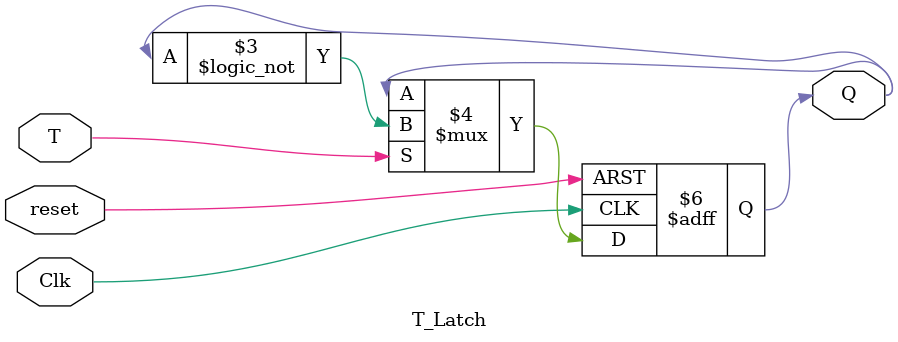
<source format=v>
`define BLANK 7'b1111111
`define ZERO 7'b1000000
`define ONE 7'b1111001
`define TWO 7'b0100100
`define THREE 7'b0110000
`define FOUR 7'b0011001
`define FIVE 7'b0010010
`define SIX 7'b0000010
`define SEVEN 7'b1111000
`define EIGHT 7'b0000000
`define NINE 7'b0010000

module Lab41 (SW, LEDR, LEDG, HEX0, HEX1, HEX2, KEY);
input [17:0]SW;
output [17:0]LEDR;
output [7:0]LEDG;
output [6:0]HEX0;
output [6:0]HEX1;
output [6:0]HEX2;
input [3:0]KEY;
integer Count;
wire[7:0]w;

assign LEDR = SW;
assign LEDG = w;

//These are the eight T latches for the eight bit counter
T_Latch Latch1(SW[1], KEY[0], w[0], SW[0]);
T_Latch Latch2((SW[1] & w[0]), KEY[0], w[1], SW[0]);
T_Latch Latch3((SW[1] & w[0] & w[1]), KEY[0], w[2], SW[0]);
T_Latch Latch4((SW[1] & w[0] & w[1] & w[2]), KEY[0], w[3], SW[0]);
T_Latch Latch5((SW[1] & w[0] & w[1] & w[2] & w[3]), KEY[0], w[4], SW[0]);
T_Latch Latch6((SW[1] & w[0] & w[1] & w[2] & w[3] & w[4]), KEY[0], w[5], SW[0]);
T_Latch Latch7((SW[1] & w[0] & w[1] & w[2] & w[3] & w[4] & w[5]), KEY[0], w[6], SW[0]);
T_Latch Latch8((SW[1] & w[0] & w[1] & w[2] & w[3] & w[4] & w[5] & w[6]), KEY[0], w[7], SW[0]);

always @(w or SW[0]) begin
	Count = w;
	if (!SW[0]) // resets based on SW[0]
		Count = 0;
end

assign HEX0 = (Count % 10 == 0)?`ZERO: // 0
				  (Count % 10 == 1)?`ONE: // 1
				  (Count % 10 == 2)?`TWO: // 2
				  (Count % 10 == 3)?`THREE: // 3
				  (Count % 10 == 4)?`FOUR: // 4
				  (Count % 10 == 5)?`FIVE: // 5
				  (Count % 10 == 6)?`SIX: // 6
				  (Count % 10 == 7)?`SEVEN: // 7
				  (Count % 10 == 8)?`EIGHT: // 8
			     (Count % 10 == 9)?`NINE: // 9
				   `BLANK; // BLANK
					
assign HEX1 = ((Count % 100) / 10 == 0)?`ZERO: // 0
				  ((Count % 100) / 10 == 1)?`ONE: // 1
				  ((Count % 100) / 10 == 2)?`TWO: // 2
				  ((Count % 100) / 10 == 3)?`THREE: // 3
				  ((Count % 100) / 10 == 4)?`FOUR: // 4
				  ((Count % 100) / 10 == 5)?`FIVE: // 5
				  ((Count % 100) / 10 == 6)?`SIX: // 6
				  ((Count % 100) / 10 == 7)?`SEVEN: // 7
				  ((Count % 100) / 10 == 8)?`EIGHT: // 8
			     ((Count % 100) / 10 == 9)?`NINE: // 9
				   `BLANK; // BLANK
					
assign HEX2 = ((Count % 1000) / 100 == 0)?`ZERO: // 0
				  ((Count % 1000) / 100 == 1)?`ONE: // 1
				  ((Count % 1000) / 100 == 2)?`TWO: // 2
				  ((Count % 1000) / 100 == 3)?`THREE: // 3
				  ((Count % 1000) / 100 == 4)?`FOUR: // 4
				  ((Count % 1000) / 100 == 5)?`FIVE: // 5
				  ((Count % 1000) / 100 == 6)?`SIX: // 6
				  ((Count % 1000) / 100 == 7)?`SEVEN: // 7
				  ((Count % 1000) / 100 == 8)?`EIGHT: // 8
			     ((Count % 1000) / 100 == 9)?`NINE: // 9
				   `BLANK; // BLANK
endmodule

module T_Latch (T, Clk, Q, reset);
	input T, Clk, reset;
	output reg Q;
	always @ (posedge Clk or negedge reset) begin
		if (~reset) begin
			Q <= 0;
		end else if (T) begin
			Q <= !Q;
		end
	end
endmodule

</source>
